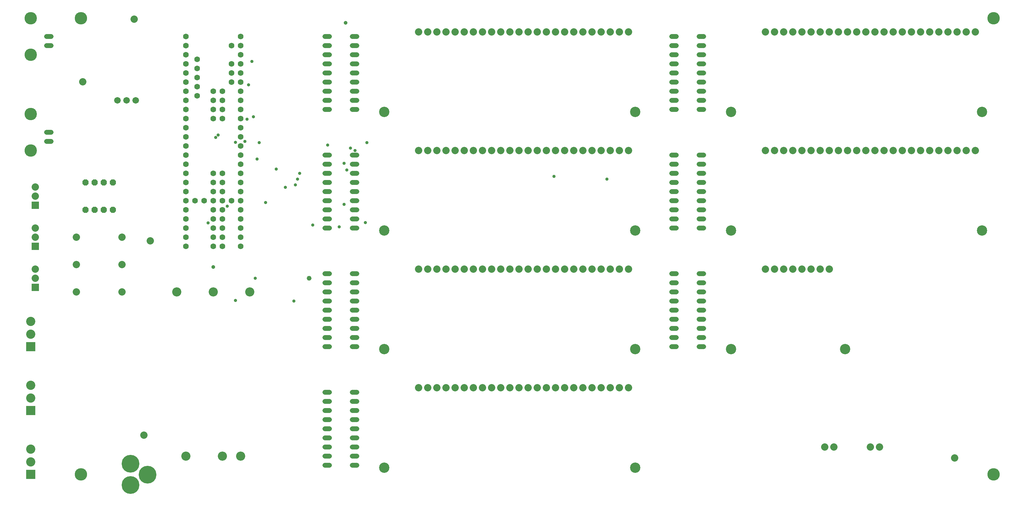
<source format=gbs>
G04 EAGLE Gerber X2 export*
%TF.Part,Single*%
%TF.FileFunction,Other,Bottom Soldermask*%
%TF.FilePolarity,Positive*%
%TF.GenerationSoftware,Autodesk,EAGLE,9.1.1*%
%TF.CreationDate,2018-10-16T14:42:43Z*%
G75*
%MOMM*%
%FSLAX34Y34*%
%LPD*%
%AMOC8*
5,1,8,0,0,1.08239X$1,22.5*%
G01*
%ADD10C,2.870200*%
%ADD11P,1.896997X8X202.500000*%
%ADD12C,4.952400*%
%ADD13C,1.371600*%
%ADD14C,1.828800*%
%ADD15C,1.358800*%
%ADD16C,3.452400*%
%ADD17C,2.552400*%
%ADD18R,2.032000X2.032000*%
%ADD19C,2.032000*%
%ADD20R,2.565400X2.565400*%
%ADD21C,2.565400*%
%ADD22C,3.454400*%
%ADD23C,1.600200*%
%ADD24C,1.320800*%
%ADD25C,1.066800*%
%ADD26C,0.914400*%


D10*
X1733550Y1073150D03*
X1035050Y1073150D03*
X1733550Y742950D03*
X1035050Y742950D03*
X1733550Y412750D03*
X1035050Y412750D03*
X1733550Y82550D03*
X1035050Y82550D03*
X2698750Y1073150D03*
X2000250Y1073150D03*
X2698750Y742950D03*
X2000250Y742950D03*
X2317750Y412750D03*
X2000250Y412750D03*
D11*
X279400Y876300D03*
X254000Y876300D03*
X228600Y876300D03*
X203200Y876300D03*
X203200Y800100D03*
X228600Y800100D03*
X254000Y800100D03*
X279400Y800100D03*
D12*
X376200Y62900D03*
X329200Y92900D03*
X329200Y33900D03*
D13*
X870204Y1282700D02*
X882396Y1282700D01*
X882396Y1257300D02*
X870204Y1257300D01*
X870204Y1130300D02*
X882396Y1130300D01*
X882396Y1104900D02*
X870204Y1104900D01*
X870204Y1231900D02*
X882396Y1231900D01*
X882396Y1206500D02*
X870204Y1206500D01*
X870204Y1155700D02*
X882396Y1155700D01*
X882396Y1181100D02*
X870204Y1181100D01*
X870204Y1079500D02*
X882396Y1079500D01*
X946404Y1079500D02*
X958596Y1079500D01*
X958596Y1104900D02*
X946404Y1104900D01*
X946404Y1130300D02*
X958596Y1130300D01*
X958596Y1155700D02*
X946404Y1155700D01*
X946404Y1181100D02*
X958596Y1181100D01*
X958596Y1206500D02*
X946404Y1206500D01*
X946404Y1231900D02*
X958596Y1231900D01*
X958596Y1257300D02*
X946404Y1257300D01*
X946404Y1282700D02*
X958596Y1282700D01*
D14*
X292100Y1104900D03*
X317500Y1104900D03*
X342900Y1104900D03*
D15*
X107632Y1257300D02*
X95568Y1257300D01*
X95568Y1282700D02*
X107632Y1282700D01*
D16*
X50800Y1231900D03*
X50800Y1333500D03*
D17*
X635000Y114300D03*
X584200Y114300D03*
X558800Y571500D03*
X457200Y571500D03*
X482600Y114300D03*
X660400Y571500D03*
D18*
X63500Y698500D03*
D19*
X63500Y723900D03*
X63500Y749300D03*
D18*
X63500Y584200D03*
D19*
X63500Y609600D03*
X63500Y635000D03*
D20*
X50800Y241300D03*
D21*
X50800Y276300D03*
X50800Y311300D03*
D20*
X50800Y419100D03*
D21*
X50800Y454100D03*
X50800Y489100D03*
D19*
X1130300Y1295400D03*
X1155700Y1295400D03*
X1181100Y1295400D03*
X1206500Y1295400D03*
X1231900Y1295400D03*
X1257300Y1295400D03*
X1282700Y1295400D03*
X1308100Y1295400D03*
X1333500Y1295400D03*
X1358900Y1295400D03*
X1384300Y1295400D03*
X1409700Y1295400D03*
X1435100Y1295400D03*
X1460500Y1295400D03*
X1485900Y1295400D03*
X1511300Y1295400D03*
X1536700Y1295400D03*
X1562100Y1295400D03*
X1587500Y1295400D03*
X1612900Y1295400D03*
X1638300Y1295400D03*
X1663700Y1295400D03*
X1689100Y1295400D03*
X1714500Y1295400D03*
D22*
X190500Y63500D03*
X190500Y1333500D03*
X2730500Y1333500D03*
X2730500Y63500D03*
D19*
X304800Y723900D03*
X177800Y723900D03*
X177800Y647700D03*
X304800Y647700D03*
X177800Y571500D03*
X304800Y571500D03*
X2622550Y109220D03*
X195580Y1156970D03*
X383540Y713740D03*
X339090Y1330960D03*
X365760Y172720D03*
D23*
X482600Y1282700D03*
X482600Y1257300D03*
X482600Y1231900D03*
X482600Y1206500D03*
X482600Y1181100D03*
X482600Y1155700D03*
X482600Y1130300D03*
X482600Y1104900D03*
X482600Y1079500D03*
X482600Y1054100D03*
X482600Y1028700D03*
X482600Y1003300D03*
X482600Y977900D03*
X482600Y952500D03*
X482600Y901700D03*
X482600Y876300D03*
X482600Y850900D03*
X482600Y825500D03*
X609600Y825500D03*
X635000Y952500D03*
X635000Y977900D03*
X635000Y1003300D03*
X635000Y1028700D03*
X635000Y1054100D03*
X635000Y1079500D03*
X635000Y1104900D03*
X635000Y1130300D03*
X635000Y1155700D03*
X635000Y1181100D03*
X635000Y1206500D03*
X635000Y1231900D03*
X635000Y1257300D03*
X635000Y1282700D03*
X609600Y1257300D03*
X609600Y1206500D03*
X609600Y1181100D03*
X609600Y1155700D03*
X514350Y1117600D03*
X482600Y927100D03*
X514350Y1168400D03*
X514350Y1219200D03*
X558800Y1054100D03*
X558800Y1079500D03*
X514350Y1143000D03*
X514350Y1193800D03*
X584200Y1054100D03*
X584200Y1079500D03*
X584200Y1104900D03*
X584200Y1130300D03*
X558800Y1104900D03*
X558800Y1130300D03*
X508000Y825500D03*
X635000Y825500D03*
X635000Y850900D03*
X635000Y876300D03*
X635000Y901700D03*
X635000Y927100D03*
X533400Y825500D03*
X558800Y825500D03*
X584200Y825500D03*
X482600Y800100D03*
X482600Y774700D03*
X482600Y749300D03*
X482600Y723900D03*
X482600Y698500D03*
X635000Y698500D03*
X635000Y800100D03*
X635000Y774700D03*
X635000Y749300D03*
X635000Y723900D03*
X558800Y850900D03*
X558800Y876300D03*
X558800Y901700D03*
X584200Y901700D03*
X584200Y876300D03*
X584200Y850900D03*
X558800Y800100D03*
X558800Y774700D03*
X558800Y749300D03*
X558800Y723900D03*
X558800Y698500D03*
X584200Y800100D03*
X584200Y774700D03*
X584200Y749300D03*
X584200Y723900D03*
X584200Y698500D03*
D15*
X107632Y990600D02*
X95568Y990600D01*
X95568Y1016000D02*
X107632Y1016000D01*
D16*
X50800Y965200D03*
X50800Y1066800D03*
D13*
X870204Y952500D02*
X882396Y952500D01*
X882396Y927100D02*
X870204Y927100D01*
X870204Y800100D02*
X882396Y800100D01*
X882396Y774700D02*
X870204Y774700D01*
X870204Y901700D02*
X882396Y901700D01*
X882396Y876300D02*
X870204Y876300D01*
X870204Y825500D02*
X882396Y825500D01*
X882396Y850900D02*
X870204Y850900D01*
X870204Y749300D02*
X882396Y749300D01*
X946404Y749300D02*
X958596Y749300D01*
X958596Y774700D02*
X946404Y774700D01*
X946404Y800100D02*
X958596Y800100D01*
X958596Y825500D02*
X946404Y825500D01*
X946404Y850900D02*
X958596Y850900D01*
X958596Y876300D02*
X946404Y876300D01*
X946404Y901700D02*
X958596Y901700D01*
X958596Y927100D02*
X946404Y927100D01*
X946404Y952500D02*
X958596Y952500D01*
D19*
X1130300Y965200D03*
X1155700Y965200D03*
X1181100Y965200D03*
X1206500Y965200D03*
X1231900Y965200D03*
X1257300Y965200D03*
X1282700Y965200D03*
X1308100Y965200D03*
X1333500Y965200D03*
X1358900Y965200D03*
X1384300Y965200D03*
X1409700Y965200D03*
X1435100Y965200D03*
X1460500Y965200D03*
X1485900Y965200D03*
X1511300Y965200D03*
X1536700Y965200D03*
X1562100Y965200D03*
X1587500Y965200D03*
X1612900Y965200D03*
X1638300Y965200D03*
X1663700Y965200D03*
X1689100Y965200D03*
X1714500Y965200D03*
D13*
X882396Y622300D02*
X870204Y622300D01*
X870204Y596900D02*
X882396Y596900D01*
X882396Y469900D02*
X870204Y469900D01*
X870204Y444500D02*
X882396Y444500D01*
X882396Y571500D02*
X870204Y571500D01*
X870204Y546100D02*
X882396Y546100D01*
X882396Y495300D02*
X870204Y495300D01*
X870204Y520700D02*
X882396Y520700D01*
X882396Y419100D02*
X870204Y419100D01*
X946404Y419100D02*
X958596Y419100D01*
X958596Y444500D02*
X946404Y444500D01*
X946404Y469900D02*
X958596Y469900D01*
X958596Y495300D02*
X946404Y495300D01*
X946404Y520700D02*
X958596Y520700D01*
X958596Y546100D02*
X946404Y546100D01*
X946404Y571500D02*
X958596Y571500D01*
X958596Y596900D02*
X946404Y596900D01*
X946404Y622300D02*
X958596Y622300D01*
D19*
X1130300Y635000D03*
X1155700Y635000D03*
X1181100Y635000D03*
X1206500Y635000D03*
X1231900Y635000D03*
X1257300Y635000D03*
X1282700Y635000D03*
X1308100Y635000D03*
X1333500Y635000D03*
X1358900Y635000D03*
X1384300Y635000D03*
X1409700Y635000D03*
X1435100Y635000D03*
X1460500Y635000D03*
X1485900Y635000D03*
X1511300Y635000D03*
X1536700Y635000D03*
X1562100Y635000D03*
X1587500Y635000D03*
X1612900Y635000D03*
X1638300Y635000D03*
X1663700Y635000D03*
X1689100Y635000D03*
X1714500Y635000D03*
D13*
X882396Y292100D02*
X870204Y292100D01*
X870204Y266700D02*
X882396Y266700D01*
X882396Y139700D02*
X870204Y139700D01*
X870204Y114300D02*
X882396Y114300D01*
X882396Y241300D02*
X870204Y241300D01*
X870204Y215900D02*
X882396Y215900D01*
X882396Y165100D02*
X870204Y165100D01*
X870204Y190500D02*
X882396Y190500D01*
X882396Y88900D02*
X870204Y88900D01*
X946404Y88900D02*
X958596Y88900D01*
X958596Y114300D02*
X946404Y114300D01*
X946404Y139700D02*
X958596Y139700D01*
X958596Y165100D02*
X946404Y165100D01*
X946404Y190500D02*
X958596Y190500D01*
X958596Y215900D02*
X946404Y215900D01*
X946404Y241300D02*
X958596Y241300D01*
X958596Y266700D02*
X946404Y266700D01*
X946404Y292100D02*
X958596Y292100D01*
D19*
X1130300Y304800D03*
X1155700Y304800D03*
X1181100Y304800D03*
X1206500Y304800D03*
X1231900Y304800D03*
X1257300Y304800D03*
X1282700Y304800D03*
X1308100Y304800D03*
X1333500Y304800D03*
X1358900Y304800D03*
X1384300Y304800D03*
X1409700Y304800D03*
X1435100Y304800D03*
X1460500Y304800D03*
X1485900Y304800D03*
X1511300Y304800D03*
X1536700Y304800D03*
X1562100Y304800D03*
X1587500Y304800D03*
X1612900Y304800D03*
X1638300Y304800D03*
X1663700Y304800D03*
X1689100Y304800D03*
X1714500Y304800D03*
D13*
X1835404Y1282700D02*
X1847596Y1282700D01*
X1847596Y1257300D02*
X1835404Y1257300D01*
X1835404Y1130300D02*
X1847596Y1130300D01*
X1847596Y1104900D02*
X1835404Y1104900D01*
X1835404Y1231900D02*
X1847596Y1231900D01*
X1847596Y1206500D02*
X1835404Y1206500D01*
X1835404Y1155700D02*
X1847596Y1155700D01*
X1847596Y1181100D02*
X1835404Y1181100D01*
X1835404Y1079500D02*
X1847596Y1079500D01*
X1911604Y1079500D02*
X1923796Y1079500D01*
X1923796Y1104900D02*
X1911604Y1104900D01*
X1911604Y1130300D02*
X1923796Y1130300D01*
X1923796Y1155700D02*
X1911604Y1155700D01*
X1911604Y1181100D02*
X1923796Y1181100D01*
X1923796Y1206500D02*
X1911604Y1206500D01*
X1911604Y1231900D02*
X1923796Y1231900D01*
X1923796Y1257300D02*
X1911604Y1257300D01*
X1911604Y1282700D02*
X1923796Y1282700D01*
D19*
X2095500Y1295400D03*
X2120900Y1295400D03*
X2146300Y1295400D03*
X2171700Y1295400D03*
X2197100Y1295400D03*
X2222500Y1295400D03*
X2247900Y1295400D03*
X2273300Y1295400D03*
X2298700Y1295400D03*
X2324100Y1295400D03*
X2349500Y1295400D03*
X2374900Y1295400D03*
X2400300Y1295400D03*
X2425700Y1295400D03*
X2451100Y1295400D03*
X2476500Y1295400D03*
X2501900Y1295400D03*
X2527300Y1295400D03*
X2552700Y1295400D03*
X2578100Y1295400D03*
X2603500Y1295400D03*
X2628900Y1295400D03*
X2654300Y1295400D03*
X2679700Y1295400D03*
D13*
X1847596Y952500D02*
X1835404Y952500D01*
X1835404Y927100D02*
X1847596Y927100D01*
X1847596Y800100D02*
X1835404Y800100D01*
X1835404Y774700D02*
X1847596Y774700D01*
X1847596Y901700D02*
X1835404Y901700D01*
X1835404Y876300D02*
X1847596Y876300D01*
X1847596Y825500D02*
X1835404Y825500D01*
X1835404Y850900D02*
X1847596Y850900D01*
X1847596Y749300D02*
X1835404Y749300D01*
X1911604Y749300D02*
X1923796Y749300D01*
X1923796Y774700D02*
X1911604Y774700D01*
X1911604Y800100D02*
X1923796Y800100D01*
X1923796Y825500D02*
X1911604Y825500D01*
X1911604Y850900D02*
X1923796Y850900D01*
X1923796Y876300D02*
X1911604Y876300D01*
X1911604Y901700D02*
X1923796Y901700D01*
X1923796Y927100D02*
X1911604Y927100D01*
X1911604Y952500D02*
X1923796Y952500D01*
D19*
X2095500Y965200D03*
X2120900Y965200D03*
X2146300Y965200D03*
X2171700Y965200D03*
X2197100Y965200D03*
X2222500Y965200D03*
X2247900Y965200D03*
X2273300Y965200D03*
X2298700Y965200D03*
X2324100Y965200D03*
X2349500Y965200D03*
X2374900Y965200D03*
X2400300Y965200D03*
X2425700Y965200D03*
X2451100Y965200D03*
X2476500Y965200D03*
X2501900Y965200D03*
X2527300Y965200D03*
X2552700Y965200D03*
X2578100Y965200D03*
X2603500Y965200D03*
X2628900Y965200D03*
X2654300Y965200D03*
X2679700Y965200D03*
D13*
X1847596Y622300D02*
X1835404Y622300D01*
X1835404Y596900D02*
X1847596Y596900D01*
X1847596Y469900D02*
X1835404Y469900D01*
X1835404Y444500D02*
X1847596Y444500D01*
X1847596Y571500D02*
X1835404Y571500D01*
X1835404Y546100D02*
X1847596Y546100D01*
X1847596Y495300D02*
X1835404Y495300D01*
X1835404Y520700D02*
X1847596Y520700D01*
X1847596Y419100D02*
X1835404Y419100D01*
X1911604Y419100D02*
X1923796Y419100D01*
X1923796Y444500D02*
X1911604Y444500D01*
X1911604Y469900D02*
X1923796Y469900D01*
X1923796Y495300D02*
X1911604Y495300D01*
X1911604Y520700D02*
X1923796Y520700D01*
X1923796Y546100D02*
X1911604Y546100D01*
X1911604Y571500D02*
X1923796Y571500D01*
X1923796Y596900D02*
X1911604Y596900D01*
X1911604Y622300D02*
X1923796Y622300D01*
D19*
X2260600Y139700D03*
X2286000Y139700D03*
X2387600Y139700D03*
X2413000Y139700D03*
X2095500Y635000D03*
X2120900Y635000D03*
X2146300Y635000D03*
X2171700Y635000D03*
X2197100Y635000D03*
X2222500Y635000D03*
X2247900Y635000D03*
X2273300Y635000D03*
D18*
X63500Y812800D03*
D19*
X63500Y838200D03*
X63500Y863600D03*
D20*
X50800Y63500D03*
D21*
X50800Y98500D03*
X50800Y133500D03*
D24*
X825500Y609600D03*
D25*
X558800Y641350D03*
X927100Y1320800D03*
D26*
X573024Y1008888D03*
X666496Y1213104D03*
X787400Y869696D03*
X680720Y941832D03*
X565912Y1001776D03*
X783336Y546608D03*
X544576Y764032D03*
X598424Y810768D03*
X982472Y765048D03*
X954024Y965200D03*
X734568Y913384D03*
X1507744Y893064D03*
X923544Y815848D03*
X986536Y987552D03*
X686816Y987552D03*
X620776Y988568D03*
X940816Y972312D03*
X670560Y1059688D03*
X909320Y752856D03*
X657352Y1148080D03*
X877824Y980440D03*
X1655064Y885952D03*
X653288Y1052576D03*
X705104Y820928D03*
X799592Y902208D03*
X647192Y990600D03*
X620776Y547624D03*
X675640Y609600D03*
X836168Y757936D03*
X930656Y911352D03*
X759968Y862584D03*
X923544Y929640D03*
X793496Y885952D03*
M02*

</source>
